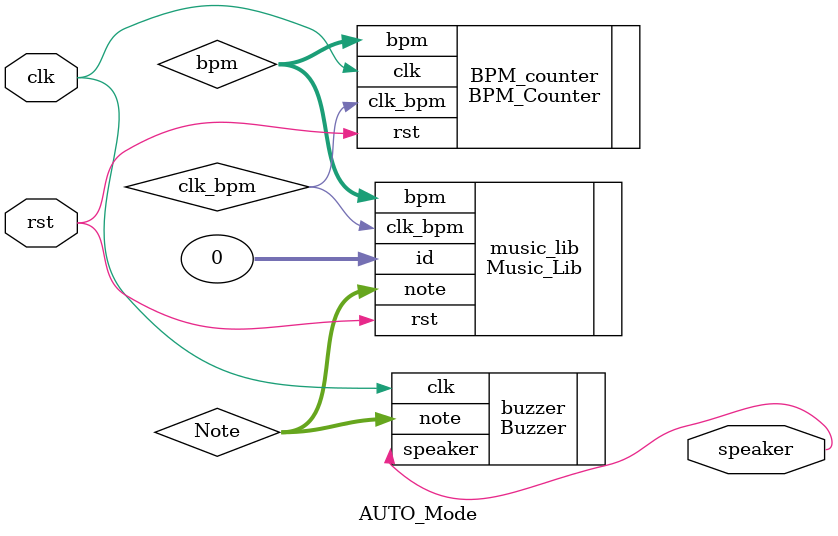
<source format=v>
`timescale 1ns / 1ps

module AUTO_Mode(
    input wire clk,
    input wire rst,
    output wire speaker
);

    // parameter SELECTING = 1b'0,
    //             PLAYING = 1b'1;
    // reg state, next_state;

    wire [3:0] Note;
    wire clk_bpm;
    wire [7:0] bpm;

    // Music Libary connection
    Music_Lib music_lib(
        .id(0),
        .rst(rst),
        .clk_bpm(clk_bpm),
        .note(Note),
        .bpm(bpm)
    );

    // BPM_Counter instantiation
    BPM_Counter BPM_counter(
        .bpm(bpm),
        .clk(clk),
        .rst(rst),
        .clk_bpm(clk_bpm)
    );

    // Buzzer instantiation
    Buzzer buzzer(
        .clk(clk),
        .note(Note),
        .speaker(speaker)
    );


    // always @ (posedge clk, posedge rst) begin
    //     if (rst) begin
    //         state <= 0;
    //     end else begin
    //         state <= next_state;
    //     end
    // end

    // always @ (posedge MID, posedge ESC) begin
    //     if (MID && state == 1'b0) 
    //         next_state <= 1'b1;
    //     if (ESC && state == 1'b1)
    //         next_state <= 1'b0;
    // end

    // always @ (state) begin
    //     case (state)
    //         SELECTING: begin
                
    //         end
    //         PLAYING: begin
    //             // Playing
    //         end
    //     endcase
    // end


endmodule

</source>
